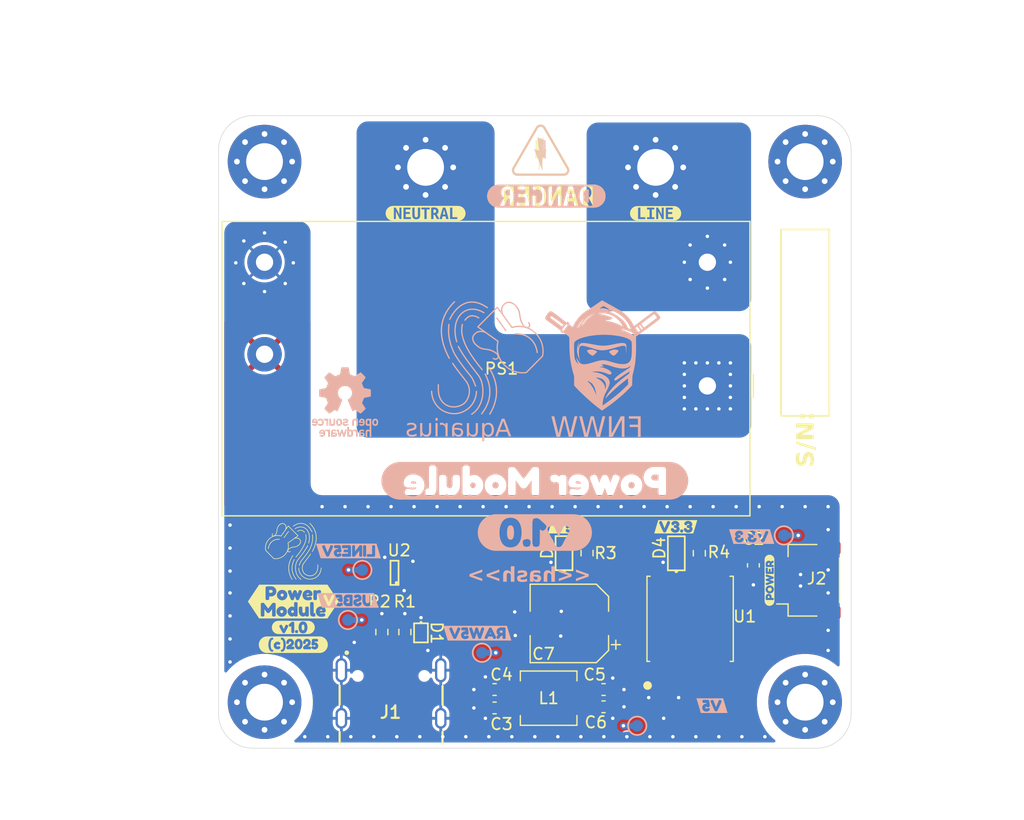
<source format=kicad_pcb>
(kicad_pcb (version 20241229) (generator "pcbnew") (generator_version "9.0")
  (layers (0 "F.Cu" signal) (4 "In1.Cu" signal) (6 "In2.Cu" signal) (2 "B.Cu" signal) (13 "F.Paste" user) (15 "B.Paste" user) (5 "F.SilkS" user "F.Silkscreen") (7 "B.SilkS" user "B.Silkscreen") (1 "F.Mask" user) (3 "B.Mask" user) (25 "Edge.Cuts" user))
  (net 0 "")
  (net 1 "+3.3V")
  (net 2 "GND")
  (net 3 "+5V")
  (net 4 "RAW_5V")
  (net 5 "/CC1")
  (net 6 "/CC2")
  (net 7 "/AC_N")
  (net 8 "/AC_L")
  (net 9 "/V5LED")
  (net 10 "/V3.3LED")
  (net 11 "USB_5V")
  (net 12 "LINE_5V")
  (footprint "kibuzzard-67F465A8" (layer "F.Cu") (at 88 118.5)
    (property "Reference" "kibuzzard-67F465A8" (hide yes))
    (property "Value" "G***" (hide yes))
  )
  (footprint "CRGM Connector:JST_SH_SM04B-SRSS-TB_1x04-1MP_P1.00mm_Horizontal" (layer "F.Cu") (at 101.3 150.4 90)
    (property "Reference" "J2" (at 0.15 0.7 0) (layer "F.SilkS"))
    (property "Value" "Power")
    (pad "1" smd roundrect (at -1.5 -2 90) (size 0.6 1.55) (layers "F.Cu" "F.Mask" "F.Paste") (net 3 "+5V"))
    (pad "2" smd roundrect (at -0.5 -2 90) (size 0.6 1.55) (layers "F.Cu" "F.Mask" "F.Paste") (net 2 "GND"))
    (pad "3" smd roundrect (at 0.5 -2 90) (size 0.6 1.55) (layers "F.Cu" "F.Mask" "F.Paste") (net 2 "GND"))
    (pad "4" smd roundrect (at 1.5 -2 90) (size 0.6 1.55) (layers "F.Cu" "F.Mask" "F.Paste") (net 1 "+3.3V"))
    (pad "MP" smd roundrect (at -2.8 1.875 90) (size 1.2 1.8) (layers "F.Cu" "F.Mask" "F.Paste") (roundrect_rratio 0.208333))
    (pad "MP" smd roundrect (at 2.8 1.875 90) (size 1.2 1.8) (layers "F.Cu" "F.Mask" "F.Paste") (roundrect_rratio 0.208333))
  )
  (footprint "CRGM Mechanical:MountingHole_3.2mm_M3_Pad_Via" (layer "F.Cu") (at 54 114)
    (property "Reference" "H6" (hide yes))
    (property "Value" "MountingHole" (hide yes))
    (pad "1" thru_hole circle (at -2.4 0) (size 0.8 0.8) (drill 0.5) (layers "*.Cu" "*.Mask"))
    (pad "1" thru_hole circle (at -1.697056 -1.697056) (size 0.8 0.8) (drill 0.5) (layers "*.Cu" "*.Mask"))
    (pad "1" thru_hole circle (at -1.697056 1.697056) (size 0.8 0.8) (drill 0.5) (layers "*.Cu" "*.Mask"))
    (pad "1" thru_hole circle (at 0 -2.4) (size 0.8 0.8) (drill 0.5) (layers "*.Cu" "*.Mask"))
    (pad "1" thru_hole circle (at 0 0) (size 6.4 6.4) (drill 3.2) (layers "*.Cu" "*.Mask"))
    (pad "1" thru_hole circle (at 0 2.4) (size 0.8 0.8) (drill 0.5) (layers "*.Cu" "*.Mask"))
    (pad "1" thru_hole circle (at 1.697056 -1.697056) (size 0.8 0.8) (drill 0.5) (layers "*.Cu" "*.Mask"))
    (pad "1" thru_hole circle (at 1.697056 1.697056) (size 0.8 0.8) (drill 0.5) (layers "*.Cu" "*.Mask"))
    (pad "1" thru_hole circle (at 2.4 0) (size 0.8 0.8) (drill 0.5) (layers "*.Cu" "*.Mask"))
  )
  (footprint "CRGM Symbols:HIGH-VOLTAGE-5MM" (layer "F.Cu") (at 78 113)
    (property "Reference" "S2" (hide yes))
    (property "Value" "~" (hide yes))
  )
  (footprint "kibuzzard-681BE833" (layer "F.Cu") (at 97.9 150.4 90)
    (property "Reference" "kibuzzard-681BE833" (hide yes))
    (property "Value" "G***" (hide yes))
  )
  (footprint "CRGM Mechanical:MountingHole_3.2mm_M3_Pad_Via" (layer "F.Cu") (at 68 114.5)
    (property "Reference" "H2" (hide yes))
    (property "Value" "MountingHole_Pad" (hide yes))
    (pad "1" thru_hole circle (at -2.4 0) (size 0.8 0.8) (drill 0.5) (layers "*.Cu" "*.Mask") (net 7 "/AC_N"))
    (pad "1" thru_hole circle (at -1.697056 -1.697056) (size 0.8 0.8) (drill 0.5) (layers "*.Cu" "*.Mask") (net 7 "/AC_N"))
    (pad "1" thru_hole circle (at -1.697056 1.697056) (size 0.8 0.8) (drill 0.5) (layers "*.Cu" "*.Mask") (net 7 "/AC_N"))
    (pad "1" thru_hole circle (at 0 -2.4) (size 0.8 0.8) (drill 0.5) (layers "*.Cu" "*.Mask") (net 7 "/AC_N"))
    (pad "1" thru_hole circle (at 0 0) (size 6.4 6.4) (drill 3.2) (layers "*.Cu" "*.Mask") (net 7 "/AC_N"))
    (pad "1" thru_hole circle (at 0 2.4) (size 0.8 0.8) (drill 0.5) (layers "*.Cu" "*.Mask") (net 7 "/AC_N"))
    (pad "1" thru_hole circle (at 1.697056 -1.697056) (size 0.8 0.8) (drill 0.5) (layers "*.Cu" "*.Mask") (net 7 "/AC_N"))
    (pad "1" thru_hole circle (at 1.697056 1.697056) (size 0.8 0.8) (drill 0.5) (layers "*.Cu" "*.Mask") (net 7 "/AC_N"))
    (pad "1" thru_hole circle (at 2.4 0) (size 0.8 0.8) (drill 0.5) (layers "*.Cu" "*.Mask") (net 7 "/AC_N"))
  )
  (footprint "Resistor_SMD:R_0603_1608Metric" (layer "F.Cu") (at 82.0375 148.0375 90)
    (property "Reference" "R3" (at 0 1.6125 180) (layer "F.SilkS"))
    (property "Value" "4.7k")
    (pad "1" smd roundrect (at -0.825 0 90) (size 0.8 0.95) (layers "F.Cu" "F.Mask" "F.Paste") (net 3 "+5V"))
    (pad "2" smd roundrect (at 0.825 0 90) (size 0.8 0.95) (layers "F.Cu" "F.Mask" "F.Paste") (net 9 "/V5LED"))
  )
  (footprint "Capacitor_SMD:C_0603_1608Metric" (layer "F.Cu") (at 83.475 159.9)
    (property "Reference" "C5" (at -0.775 -1.3 0) (layer "F.SilkS"))
    (property "Value" "10uF")
    (pad "1" smd roundrect (at -0.775 0) (size 0.9 0.95) (layers "F.Cu" "F.Mask" "F.Paste") (net 3 "+5V"))
    (pad "2" smd roundrect (at 0.775 0) (size 0.9 0.95) (layers "F.Cu" "F.Mask" "F.Paste") (net 2 "GND"))
  )
  (footprint "Capacitor_SMD:C_0603_1608Metric" (layer "F.Cu") (at 96.5 149.1 -90)
    (property "Reference" "C2" (at -2.3 0 180) (layer "F.SilkS"))
    (property "Value" "22uF")
    (pad "1" smd roundrect (at -0.775 0 270) (size 0.9 0.95) (layers "F.Cu" "F.Mask" "F.Paste") (net 1 "+3.3V"))
    (pad "2" smd roundrect (at 0.775 0 270) (size 0.9 0.95) (layers "F.Cu" "F.Mask" "F.Paste") (net 2 "GND"))
  )
  (footprint "CRGM Passive:LED_0603_1608Metric" (layer "F.Cu") (at 80.0375 148.0375 90)
    (property "Reference" "D3" (at 0.45 -1.475 90) (layer "F.SilkS"))
    (property "Value" "Orange")
    (pad "1" smd roundrect (at -0.7875 0 90) (size 0.875 0.95) (layers "F.Cu" "F.Mask" "F.Paste") (net 2 "GND"))
    (pad "2" smd roundrect (at 0.7875 0 90) (size 0.875 0.95) (layers "F.Cu" "F.Mask" "F.Paste") (net 9 "/V5LED"))
  )
  (footprint "CRGM Passive:LED_0603_1608Metric" (layer "F.Cu") (at 89.8 148.05 90)
    (property "Reference" "D4" (at 0.45 -1.475 90) (layer "F.SilkS"))
    (property "Value" "Blue")
    (pad "1" smd roundrect (at -0.7875 0 90) (size 0.875 0.95) (layers "F.Cu" "F.Mask" "F.Paste") (net 2 "GND"))
    (pad "2" smd roundrect (at 0.7875 0 90) (size 0.875 0.95) (layers "F.Cu" "F.Mask" "F.Paste") (net 10 "/V3.3LED"))
  )
  (footprint "kibuzzard-6823F476" (layer "F.Cu") (at 89.75 145.75)
    (property "Reference" "kibuzzard-6823F476" (hide yes))
    (property "Value" "G***" (hide yes))
  )
  (footprint "kibuzzard-681CF8FE" (layer "F.Cu") (at 56.5 156)
    (property "Reference" "kibuzzard-681CF8FE" (hide yes))
    (property "Value" "G***" (hide yes))
  )
  (footprint "Converter_ACDC:Converter_ACDC_MeanWell_IRM-10-xx_THT" (layer "F.Cu") (at 92.5 133.5 180)
    (property "Reference" "PS1" (at 17.9 1.5 0) (layer "F.SilkS"))
    (property "Value" "IRM-10-5")
    (pad "1" thru_hole rect (at 0 0 180) (size 3 3) (drill 1.5) (layers "*.Cu" "*.Mask") (net 7 "/AC_N"))
    (pad "2" thru_hole circle (at 0 10.75 180) (size 3 3) (drill 1.5) (layers "*.Cu" "*.Mask") (net 8 "/AC_L"))
    (pad "3" thru_hole circle (at 38.5 10.75 180) (size 3 3) (drill 1.5) (layers "*.Cu" "*.Mask") (net 2 "GND"))
    (pad "4" thru_hole circle (at 38.5 2.75 180) (size 3 3) (drill 1.5) (layers "*.Cu" "*.Mask") (net 12 "LINE_5V"))
  )
  (footprint "Resistor_SMD:R_0603_1608Metric" (layer "F.Cu") (at 66.2 154.9 90)
    (property "Reference" "R1" (at 2.65 0 180) (layer "F.SilkS"))
    (property "Value" "5.1K")
    (pad "1" smd roundrect (at -0.825 0 90) (size 0.8 0.95) (layers "F.Cu" "F.Mask" "F.Paste") (net 6 "/CC2"))
    (pad "2" smd roundrect (at 0.825 0 90) (size 0.8 0.95) (layers "F.Cu" "F.Mask" "F.Paste") (net 2 "GND"))
  )
  (footprint "Resistor_SMD:R_0603_1608Metric" (layer "F.Cu") (at 64.2 154.9 90)
    (property "Reference" "R2" (at 2.65 -0.2 180) (layer "F.SilkS"))
    (property "Value" "5.1K")
    (pad "1" smd roundrect (at -0.825 0 90) (size 0.8 0.95) (layers "F.Cu" "F.Mask" "F.Paste") (net 5 "/CC1"))
    (pad "2" smd roundrect (at 0.825 0 90) (size 0.8 0.95) (layers "F.Cu" "F.Mask" "F.Paste") (net 2 "GND"))
  )
  (footprint "kibuzzard-67E31E9F" (layer "F.Cu") (at 56.5 154.5)
    (property "Reference" "kibuzzard-67E31E9F" (hide yes))
    (property "Value" "G***" (hide yes))
  )
  (footprint "CRGM Power:SOTFL50P160X60-8N" (layer "F.Cu") (at 65.3 149.75 180)
    (property "Reference" "U2" (at -0.4 1.95 0) (layer "F.SilkS"))
    (property "Value" "LM66200DRLR" (hide yes))
    (pad "1" smd rect (at -0.838 -0.75 270) (size 0.3 0.475) (layers "F.Cu" "F.Mask" "F.Paste") (net 2 "GND"))
    (pad "2" smd rect (at -0.838 -0.25 270) (size 0.3 0.475) (layers "F.Cu" "F.Mask" "F.Paste") (net 4 "RAW_5V"))
    (pad "3" smd rect (at -0.838 0.25 270) (size 0.3 0.475) (layers "F.Cu" "F.Mask" "F.Paste") (net 11 "USB_5V"))
    (pad "4" smd rect (at -0.838 0.75 270) (size 0.3 0.475) (layers "F.Cu" "F.Mask" "F.Paste") (net 2 "GND"))
    (pad "5" smd rect (at 0.838 0.75 270) (size 0.3 0.475) (layers "F.Cu" "F.Mask" "F.Paste") (net 2 "GND"))
    (pad "6" smd rect (at 0.838 0.25 270) (size 0.3 0.475) (layers "F.Cu" "F.Mask" "F.Paste") (net 12 "LINE_5V"))
    (pad "7" smd rect (at 0.838 -0.25 270) (size 0.3 0.475) (layers "F.Cu" "F.Mask" "F.Paste") (net 4 "RAW_5V"))
    (pad "8" smd rect (at 0.838 -0.75 270) (size 0.3 0.475) (layers "F.Cu" "F.Mask" "F.Paste"))
  )
  (footprint "kibuzzard-67E1D06C" (layer "F.Cu") (at 78.5 117)
    (property "Reference" "kibuzzard-67E1D06C" (hide yes))
    (property "Value" "G***" (hide yes))
  )
  (footprint "CRGM Mechanical:MountingHole_3.2mm_M3_Pad_Via" (layer "F.Cu") (at 54 161)
    (property "Reference" "H3" (hide yes))
    (property "Value" "MountingHole" (hide yes))
    (pad "1" thru_hole circle (at -2.4 0) (size 0.8 0.8) (drill 0.5) (layers "*.Cu" "*.Mask"))
    (pad "1" thru_hole circle (at -1.697056 -1.697056) (size 0.8 0.8) (drill 0.5) (layers "*.Cu" "*.Mask"))
    (pad "1" thru_hole circle (at -1.697056 1.697056) (size 0.8 0.8) (drill 0.5) (layers "*.Cu" "*.Mask"))
    (pad "1" thru_hole circle (at 0 -2.4) (size 0.8 0.8) (drill 0.5) (layers "*.Cu" "*.Mask"))
    (pad "1" thru_hole circle (at 0 0) (size 6.4 6.4) (drill 3.2) (layers "*.Cu" "*.Mask"))
    (pad "1" thru_hole circle (at 0 2.4) (size 0.8 0.8) (drill 0.5) (layers "*.Cu" "*.Mask"))
    (pad "1" thru_hole circle (at 1.697056 -1.697056) (size 0.8 0.8) (drill 0.5) (layers "*.Cu" "*.Mask"))
    (pad "1" thru_hole circle (at 1.697056 1.697056) (size 0.8 0.8) (drill 0.5) (layers "*.Cu" "*.Mask"))
    (pad "1" thru_hole circle (at 2.4 0) (size 0.8 0.8) (drill 0.5) (layers "*.Cu" "*.Mask"))
  )
  (footprint "Capacitor_SMD:CP_Elec_6.3x7.7" (layer "F.Cu") (at 80.5 154.15 180)
    (property "Reference" "C7" (at 2.25 -2.65 0) (layer "F.SilkS"))
    (property "Value" "100uF")
    (pad "1" smd roundrect (at -2.7 0 180) (size 3.5 1.6) (layers "F.Cu" "F.Mask" "F.Paste") (roundrect_rratio 0.15625) (net 3 "+5V"))
    (pad "2" smd roundrect (at 2.7 0 180) (size 3.5 1.6) (layers "F.Cu" "F.Mask" "F.Paste") (roundrect_rratio 0.15625) (net 2 "GND"))
  )
  (footprint "kibuzzard-68084394" (layer "F.Cu") (at 68 118.5)
    (property "Reference" "kibuzzard-68084394" (hide yes))
    (property "Value" "G***" (hide yes))
  )
  (footprint "CRGM Logos:Aquarius Logo 5mm" (layer "F.Cu") (at 56.427905 150.6)
    (property "Reference" "LOGO4" (hide yes))
    (property "Value" "~" (hide yes))
  )
  (footprint "CRGM Passive:DFN1006-2" (layer "F.Cu") (at 67.6 155 -90)
    (property "Reference" "D1" (at -1.1 -1.95 270) (layer "F.SilkS") (effects (font (thickness 0.1524)) (justify left top)))
    (property "Value" "PESD5V5C1BL")
    (pad "1" smd rect (at -0.35 0) (size 0.7 0.4) (layers "F.Cu" "F.Mask" "F.Paste") (net 2 "GND"))
    (pad "2" smd rect (at 0.35 0) (size 0.7 0.4) (layers "F.Cu" "F.Mask" "F.Paste") (net 11 "USB_5V"))
  )
  (footprint "Capacitor_SMD:C_0603_1608Metric" (layer "F.Cu") (at 83.475 161.4)
    (property "Reference" "C6" (at -0.675 1.35 0) (layer "F.SilkS"))
    (property "Value" "10uF")
    (pad "1" smd roundrect (at -0.775 0) (size 0.9 0.95) (layers "F.Cu" "F.Mask" "F.Paste") (net 3 "+5V"))
    (pad "2" smd roundrect (at 0.775 0) (size 0.9 0.95) (layers "F.Cu" "F.Mask" "F.Paste") (net 2 "GND"))
  )
  (footprint "CRGM Mechanical:MountingHole_3.2mm_M3_Pad_Via" (layer "F.Cu") (at 101 114)
    (property "Reference" "H5" (hide yes))
    (property "Value" "MountingHole" (hide yes))
    (pad "1" thru_hole circle (at -2.4 0) (size 0.8 0.8) (drill 0.5) (layers "*.Cu" "*.Mask"))
    (pad "1" thru_hole circle (at -1.697056 -1.697056) (size 0.8 0.8) (drill 0.5) (layers "*.Cu" "*.Mask"))
    (pad "1" thru_hole circle (at -1.697056 1.697056) (size 0.8 0.8) (drill 0.5) (layers "*.Cu" "*.Mask"))
    (pad "1" thru_hole circle (at 0 -2.4) (size 0.8 0.8) (drill 0.5) (layers "*.Cu" "*.Mask"))
    (pad "1" thru_hole circle (at 0 0) (size 6.4 6.4) (drill 3.2) (layers "*.Cu" "*.Mask"))
    (pad "1" thru_hole circle (at 0 2.4) (size 0.8 0.8) (drill 0.5) (layers "*.Cu" "*.Mask"))
    (pad "1" thru_hole circle (at 1.697056 -1.697056) (size 0.8 0.8) (drill 0.5) (layers "*.Cu" "*.Mask"))
    (pad "1" thru_hole circle (at 1.697056 1.697056) (size 0.8 0.8) (drill 0.5) (layers "*.Cu" "*.Mask"))
    (pad "1" thru_hole circle (at 2.4 0) (size 0.8 0.8) (drill 0.5) (layers "*.Cu" "*.Mask"))
  )
  (footprint "Capacitor_SMD:C_0603_1608Metric" (layer "F.Cu") (at 74 159.9 180)
    (property "Reference" "C4" (at -0.6 1.3 180) (layer "F.SilkS"))
    (property "Value" "10uF")
    (pad "1" smd roundrect (at -0.775 0 180) (size 0.9 0.95) (layers "F.Cu" "F.Mask" "F.Paste") (net 4 "RAW_5V"))
    (pad "2" smd roundrect (at 0.775 0 180) (size 0.9 0.95) (layers "F.Cu" "F.Mask" "F.Paste") (net 2 "GND"))
  )
  (footprint "Resistor_SMD:R_0603_1608Metric" (layer "F.Cu") (at 91.8 148.05 90)
    (property "Reference" "R4" (at 0.1 1.7 180) (layer "F.SilkS"))
    (property "Value" "1k")
    (pad "1" smd roundrect (at -0.825 0 90) (size 0.8 0.95) (layers "F.Cu" "F.Mask" "F.Paste") (net 1 "+3.3V"))
    (pad "2" smd roundrect (at 0.825 0 90) (size 0.8 0.95) (layers "F.Cu" "F.Mask" "F.Paste") (net 10 "/V3.3LED"))
  )
  (footprint "CRGM Power:TO-252-2" (layer "F.Cu") (at 91 153.75 90)
    (property "Reference" "U1" (at 0.2 4.75 180) (layer "F.SilkS"))
    (property "Value" "AZ1084-3.3")
    (pad "1" smd roundrect (at -6.85 -2.3 90) (size 2.5 1.5) (layers "F.Cu" "F.Mask" "F.Paste") (roundrect_rratio 0.208333) (net 2 "GND"))
    (pad "2" smd roundrect (at -1.75 -1.75 90) (size 3.2 3.2) (layers "F.Cu" "F.Mask") (roundrect_rratio 0.043103) (net 1 "+3.3V"))
    (pad "2" smd roundrect (at -1.75 1.75 90) (size 3.2 3.2) (layers "F.Cu" "F.Mask") (roundrect_rratio 0.043103) (net 1 "+3.3V"))
    (pad "2" smd roundrect (at 0 0 90) (size 7 7) (layers "F.Cu" "F.Mask") (roundrect_rratio 0.043103) (net 1 "+3.3V"))
    (pad "2" smd roundrect (at 1.75 -1.75 90) (size 3.2 3.2) (layers "F.Cu" "F.Mask") (roundrect_rratio 0.043103) (net 1 "+3.3V"))
    (pad "2" smd roundrect (at 1.75 1.75 90) (size 3.2 3.2) (layers "F.Cu" "F.Mask") (roundrect_rratio 0.043103) (net 1 "+3.3V"))
    (pad "3" smd roundrect (at -6.85 2.3 90) (size 2.5 1.5) (layers "F.Cu" "F.Mask" "F.Paste") (roundrect_rratio 0.208333) (net 3 "+5V"))
  )
  (footprint "kibuzzard-681CF78D" (layer "F.Cu") (at 56.5 152.25)
    (property "Reference" "kibuzzard-681CF78D" (hide yes))
    (property "Value" "G***" (hide yes))
  )
  (footprint "Capacitor_SMD:C_0603_1608Metric" (layer "F.Cu") (at 74 161.5 180)
    (property "Reference" "C3" (at -0.6 -1.4 180) (layer "F.SilkS"))
    (property "Value" "10uF")
    (pad "1" smd roundrect (at -0.775 0 180) (size 0.9 0.95) (layers "F.Cu" "F.Mask" "F.Paste") (net 4 "RAW_5V"))
    (pad "2" smd roundrect (at 0.775 0 180) (size 0.9 0.95) (layers "F.Cu" "F.Mask" "F.Paste") (net 2 "GND"))
  )
  (footprint "Inductor_SMD:L_Sunlord_MWSA0402S" (layer "F.Cu") (at 78.7 160.65)
    (property "Reference" "L1" (at 0 0 180) (layer "F.SilkS"))
    (property "Value" "2.2u")
    (pad "1" smd roundrect (at -1.85 0) (size 1.5 2.5) (layers "F.Cu" "F.Mask" "F.Paste") (roundrect_rratio 0.166667) (net 4 "RAW_5V"))
    (pad "2" smd roundrect (at 1.85 0) (size 1.5 2.5) (layers "F.Cu" "F.Mask" "F.Paste") (roundrect_rratio 0.166667) (net 3 "+5V"))
  )
  (footprint "kibuzzard-6823F461" (layer "F.Cu") (at 80 145.75)
    (property "Reference" "kibuzzard-6823F461" (hide yes))
    (property "Value" "G***" (hide yes))
  )
  (footprint "CRGM Connector:GCT_USB4105-GF-A" (layer "F.Cu") (at 65 162.4)
    (property "Reference" "J1" (at -1.1 0.1 0) (layer "F.SilkS") (effects (font (size 1.0795 1.0795) (thickness 0.1905)) (justify left bottom)))
    (property "Value" "USB_C_PowerOnly_6P")
    (pad "" np_thru_hole circle (at -2.89 -3.68) (size 0.65 0.65) (drill 0.65) (layers "*.Cu" "*.Mask"))
    (pad "" np_thru_hole circle (at 2.89 -3.68) (size 0.65 0.65) (drill 0.65) (layers "*.Cu" "*.Mask"))
    (pad "A1B12" smd rect (at -3.2 -4.755) (size 0.55 1.1) (layers "F.Cu" "F.Mask" "F.Paste") (net 2 "GND"))
    (pad "A4B9" smd rect (at -2.4 -4.755) (size 0.6 1.15) (layers "F.Cu" "F.Mask" "F.Paste") (net 11 "USB_5V"))
    (pad "A5" smd rect (at -1.25 -4.755) (size 0.3 1.15) (layers "F.Cu" "F.Mask" "F.Paste") (net 5 "/CC1"))
    (pad "A6" smd rect (at -0.25 -4.755) (size 0.3 1.15) (layers "F.Cu" "F.Mask" "F.Paste"))
    (pad "A7" smd rect (at 0.25 -4.755) (size 0.3 1.15) (layers "F.Cu" "F.Mask" "F.Paste"))
    (pad "A8" smd rect (at 1.25 -4.755) (size 0.3 1.15) (layers "F.Cu" "F.Mask" "F.Paste"))
    (pad "B1A12" smd rect (at 3.2 -4.755) (size 0.55 1.1) (layers "F.Cu" "F.Mask" "F.Paste") (net 2 "GND"))
    (pad "B4A9" smd rect (at 2.4 -4.755) (size 0.6 1.15) (layers "F.Cu" "F.Mask" "F.Paste") (net 11 "USB_5V"))
    (pad "B5" smd rect (at 1.75 -4.755) (size 0.3 1.15) (layers "F.Cu" "F.Mask" "F.Paste") (net 6 "/CC2"))
    (pad "B6" smd rect (at 0.75 -4.755) (size 0.3 1.15) (layers "F.Cu" "F.Mask" "F.Paste"))
    (pad "B7" smd rect (at -0.75 -4.755) (size 0.3 1.15) (layers "F.Cu" "F.Mask" "F.Paste"))
    (pad "B8" smd rect (at -1.75 -4.755) (size 0.3 1.15) (layers "F.Cu" "F.Mask" "F.Paste"))
    (pad "S1" thru_hole oval (at -4.32 -4.18) (size 1 2.1) (drill oval 0.61 1.7) (property pad_prop_heatsink) (layers "*.Cu" "*.Mask" "F.Paste") (net 2 "GND"))
    (pad "S1" thru_hole oval (at -4.32 0) (size 1 1.8) (drill oval 0.61 1.4) (property pad_prop_heatsink) (layers "*.Cu" "*.Mask" "F.Paste") (net 2 "GND"))
    (pad "S1" thru_hole oval (at 4.32 -4.18) (size 1 2.1) (drill oval 0.61 1.7) (property pad_prop_heatsink) (layers "*.Cu" "*.Mask" "F.Paste") (net 2 "GND"))
    (pad "S1" thru_hole oval (at 4.32 0) (size 1 1.8) (drill oval 0.61 1.4) (property pad_prop_heatsink) (layers "*.Cu" "*.Mask" "F.Paste") (net 2 "GND"))
  )
  (footprint "CRGM Mechanical:MountingHole_3.2mm_M3_Pad_Via" (layer "F.Cu") (at 101 161)
    (property "Reference" "H4" (hide yes))
    (property "Value" "MountingHole" (hide yes))
    (pad "1" thru_hole circle (at -2.4 0) (size 0.8 0.8) (drill 0.5) (layers "*.Cu" "*.Mask"))
    (pad "1" thru_hole circle (at -1.697056 -1.697056) (size 0.8 0.8) (drill 0.5) (layers "*.Cu" "*.Mask"))
    (pad "1" thru_hole circle (at -1.697056 1.697056) (size 0.8 0.8) (drill 0.5) (layers "*.Cu" "*.Mask"))
    (pad "1" thru_hole circle (at 0 -2.4) (size 0.8 0.8) (drill 0.5) (layers "*.Cu" "*.Mask"))
    (pad "1" thru_hole circle (at 0 0) (size 6.4 6.4) (drill 3.2) (layers "*.Cu" "*.Mask"))
    (pad "1" thru_hole circle (at 0 2.4) (size 0.8 0.8) (drill 0.5) (layers "*.Cu" "*.Mask"))
    (pad "1" thru_hole circle (at 1.697056 -1.697056) (size 0.8 0.8) (drill 0.5) (layers "*.Cu" "*.Mask"))
    (pad "1" thru_hole circle (at 1.697056 1.697056) (size 0.8 0.8) (drill 0.5) (layers "*.Cu" "*.Mask"))
    (pad "1" thru_hole circle (at 2.4 0) (size 0.8 0.8) (drill 0.5) (layers "*.Cu" "*.Mask"))
  )
  (footprint "CRGM Mechanical:MountingHole_3.2mm_M3_Pad_Via" (layer "F.Cu") (at 88 114.5)
    (property "Reference" "H1" (hide yes))
    (property "Value" "MountingHole_Pad" (hide yes))
    (pad "1" thru_hole circle (at -2.4 0) (size 0.8 0.8) (drill 0.5) (layers "*.Cu" "*.Mask") (net 8 "/AC_L"))
    (pad "1" thru_hole circle (at -1.697056 -1.697056) (size 0.8 0.8) (drill 0.5) (layers "*.Cu" "*.Mask") (net 8 "/AC_L"))
    (pad "1" thru_hole circle (at -1.697056 1.697056) (size 0.8 0.8) (drill 0.5) (layers "*.Cu" "*.Mask") (net 8 "/AC_L"))
    (pad "1" thru_hole circle (at 0 -2.4) (size 0.8 0.8) (drill 0.5) (layers "*.Cu" "*.Mask") (net 8 "/AC_L"))
    (pad "1" thru_hole circle (at 0 0) (size 6.4 6.4) (drill 3.2) (layers "*.Cu" "*.Mask") (net 8 "/AC_L"))
    (pad "1" thru_hole circle (at 0 2.4) (size 0.8 0.8) (drill 0.5) (layers "*.Cu" "*.Mask") (net 8 "/AC_L"))
    (pad "1" thru_hole circle (at 1.697056 -1.697056) (size 0.8 0.8) (drill 0.5) (layers "*.Cu" "*.Mask") (net 8 "/AC_L"))
    (pad "1" thru_hole circle (at 1.697056 1.697056) (size 0.8 0.8) (drill 0.5) (layers "*.Cu" "*.Mask") (net 8 "/AC_L"))
    (pad "1" thru_hole circle (at 2.4 0) (size 0.8 0.8) (drill 0.5) (layers "*.Cu" "*.Mask") (net 8 "/AC_L"))
  )
  (footprint "CRGM Symbols:HIGH-VOLTAGE-5MM" (layer "B.Cu") (at 78 113 180)
    (property "Reference" "S1" (hide yes))
    (property "Value" "~" (hide yes))
  )
  (footprint "TestPoint:TestPoint_Pad_D1.0mm" (layer "B.Cu") (at 86.4 163.05 180)
    (property "Reference" "TP1" (hide yes))
    (property "Value" "V5")
    (pad "1" smd circle (at 0 0 180) (size 1 1) (layers "B.Cu" "B.Mask") (net 3 "+5V"))
  )
  (footprint "TestPoint:TestPoint_Pad_D1.0mm" (layer "B.Cu") (at 62.5 149.5 180)
    (property "Reference" "TP4" (hide yes))
    (property "Value" "LINE_5V")
    (pad "1" smd circle (at 0 0 180) (size 1 1) (layers "B.Cu" "B.Mask") (net 12 "LINE_5V"))
  )
  (footprint "kibuzzard-68104292" (layer "B.Cu") (at 92.9 161.3 180)
    (property "Reference" "kibuzzard-68104292" (hide yes))
    (property "Value" "G***" (hide yes))
  )
  (footprint "kibuzzard-68104254" (layer "B.Cu") (at 61.25 152.15 180)
    (property "Reference" "kibuzzard-68104254" (hide yes))
    (property "Value" "G***" (hide yes))
  )
  (footprint "kibuzzard-6810427B" (layer "B.Cu") (at 96.35 146.6 180)
    (property "Reference" "kibuzzard-6810427B" (hide yes))
    (property "Value" "G***" (hide yes))
  )
  (footprint "CRGM Logos:Aquarius Logo 10mm" (layer "B.Cu") (at 73.009237 136.238102 180)
    (property "Reference" "LOGO3" (hide yes))
    (property "Value" "~" (hide yes))
  )
  (footprint "kibuzzard-67F873C9" (layer "B.Cu") (at 77.5 141.75 180)
    (property "Reference" "kibuzzard-67F873C9" (hide yes))
    (property "Value" "G***" (hide yes))
  )
  (footprint "kibuzzard-6810421E" (layer "B.Cu") (at 61.3 147.85 180)
    (property "Reference" "kibuzzard-6810421E" (hide yes))
    (property "Value" "G***" (hide yes))
  )
  (footprint "kibuzzard-67F873E4" (layer "B.Cu") (at 77.5 146.25 180)
    (property "Reference" "kibuzzard-67F873E4" (hide yes))
    (property "Value" "G***" (hide yes))
  )
  (footprint "TestPoint:TestPoint_Pad_D1.0mm" (layer "B.Cu") (at 99.15 146.5 180)
    (property "Reference" "TP3" (hide yes))
    (property "Value" "V33")
    (pad "1" smd circle (at 0 0 180) (size 1 1) (layers "B.Cu" "B.Mask") (net 1 "+3.3V"))
  )
  (footprint "CRGM Logos:FNWW Face 10mm" (layer "B.Cu") (at 83.345777 135.890219 180)
    (property "Reference" "LOGO1" (hide yes))
    (property "Value" "~" (hide yes))
  )
  (footprint "kibuzzard-67E1D06C" (layer "B.Cu") (at 78.5 117 180)
    (property "Reference" "kibuzzard-67E1D06C" (hide yes))
    (property "Value" "G***" (hide yes))
  )
  (footprint "TestPoint:TestPoint_Pad_D1.0mm" (layer "B.Cu") (at 72.9 156.7 180)
    (property "Reference" "TP2" (hide yes))
    (property "Value" "RAW_5V")
    (pad "1" smd circle (at 0 0 180) (size 1 1) (layers "B.Cu" "B.Mask") (net 4 "RAW_5V"))
  )
  (footprint "TestPoint:TestPoint_Pad_D1.0mm" (layer "B.Cu") (at 61.25 153.85 180)
    (property "Reference" "TP5" (hide yes))
    (property "Value" "USB_5V")
    (pad "1" smd circle (at 0 0 180) (size 1 1) (layers "B.Cu" "B.Mask") (net 11 "USB_5V"))
  )
  (footprint "kibuzzard-6810424A" (layer "B.Cu") (at 72.5 155 180)
    (property "Reference" "kibuzzard-6810424A" (hide yes))
    (property "Value" "G***" (hide yes))
  )
  (footprint "Symbol:OSHW-Logo_5.7x6mm_SilkScreen" (layer "B.Cu") (at 61 134.9 180)
    (property "Reference" "LOGO2" (hide yes))
    (property "Value" "Logo_Open_Hardware_Small" (hide yes))
  )
  (gr_rect (start 98.9 119.9) (end 103.1 136.1) (stroke (width 0.15)) (fill no) (layer "F.SilkS"))
  (gr_arc (start 102 110) (mid 104.12132 110.87868) (end 105 113) (stroke (width 0.05)) (layer "Edge.Cuts"))
  (gr_line (start 105 113) (end 105 162) (stroke (width 0.05)) (layer "Edge.Cuts"))
  (gr_line (start 50 162) (end 50 113) (stroke (width 0.05)) (layer "Edge.Cuts"))
  (gr_arc (start 50 113) (mid 50.87868 110.87868) (end 53 110) (stroke (width 0.05)) (layer "Edge.Cuts"))
  (gr_arc (start 105 162) (mid 104.12132 164.12132) (end 102 165) (stroke (width 0.05)) (layer "Edge.Cuts"))
  (gr_line (start 53 110) (end 102 110) (stroke (width 0.05)) (layer "Edge.Cuts"))
  (gr_line (start 102 165) (end 53 165) (stroke (width 0.05)) (layer "Edge.Cuts"))
  (gr_arc (start 53 165) (mid 50.87868 164.12132) (end 50 162) (stroke (width 0.05)) (layer "Edge.Cuts"))
  (gr_text "S/N:" (at 102 140.6 90) (layer "F.SilkS") (effects (font (size 1.5 1.5) (thickness 0.3) (bold yes)) (justify left bottom)))
  (gr_text "<<hash>>" (at 77 150 0) (layer "B.SilkS") (effects (font (size 1.27 1.27) (thickness 0.254) (bold yes)) (justify mirror)))
  (gr_text "FNWW" (at 82.9 137.2 0) (layer "B.SilkS") (effects (font (size 1.75 1.75) (thickness 0.1)) (justify mirror)))
  (gr_text "Aquarius" (at 70.85 137.259781 0) (layer "B.SilkS") (effects (font (size 1.5 1.5) (thickness 0.21875)) (justify mirror)))
  (segment (start 92.75 152) (end 92.75 149.85) (width 0.5) (layer "F.Cu") (net 1))
  (segment (start 92.75 155.5) (end 92.75 157.8) (width 0.5) (layer "F.Cu") (net 1))
  (segment (start 92.75 152) (end 95.25 152) (width 0.5) (layer "F.Cu") (net 1))
  (segment (start 92.75 155.5) (end 95.25 155.5) (width 0.5) (layer "F.Cu") (net 1))
  (segment (start 89.25 155.5) (end 89.25 157.8) (width 0.5) (layer "F.Cu") (net 1))
  (segment (start 89.25 152) (end 86.8 152) (width 0.5) (layer "F.Cu") (net 1))
  (segment (start 89.25 155.5) (end 86.8 155.5) (width 0.5) (layer "F.Cu") (net 1))
  (segment (start 89.25 152) (end 89.25 149.9) (width 0.5) (layer "F.Cu") (net 1))
  (via (at 100.4 146.5) (size 0.6) (drill 0.3) (layers "F.Cu" "B.Cu") (net 1))
  (segment (start 99.15 146.5) (end 100.4 146.5) (width 0.5) (layer "B.Cu") (net 1))
  (segment (start 73.225 159.9) (end 73.225 158.825) (width 0.5) (layer "F.Cu") (net 2))
  (segment (start 73.225 161.5) (end 73.225 162.375) (width 0.5) (layer "F.Cu") (net 2))
  (segment (start 88.65 148.8375) (end 89.8 148.8375) (width 0.5) (layer "F.Cu") (net 2))
  (segment (start 61.787806 155.804355) (end 61.8 155.816549) (width 0.5) (layer "F.Cu") (net 2))
  (segment (start 66.2 154.075) (end 66.2 153.3) (width 0.5) (layer "F.Cu") (net 2))
  (segment (start 84.25 159.9) (end 84.25 161.4) (width 0.5) (layer "F.Cu") (net 2))
  (segment (start 73.225 159.9) (end 73.225 161.5) (width 0.5) (layer "F.Cu") (net 2))
  (segment (start 85.275 159.9) (end 85.25 159.9) (width 0.5) (layer "F.Cu") (net 2))
  (segment (start 96.525 149.9) (end 96.5 149.875) (width 0.5) (layer "F.Cu") (net 2))
  (segment (start 84.25 161.4) (end 85.275 161.4) (width 0.5) (layer "F.Cu") (net 2))
  (segment (start 77.8 154.15) (end 76.75 154.15) (width 0.5) (layer "F.Cu") (net 2))
  (segment (start 73.225 159.9) (end 72.2 159.9) (width 0.5) (layer "F.Cu") (net 2))
  (segment (start 67.6 154.65) (end 67.6 153.65) (width 0.5) (layer "F.Cu") (net 2))
  (segment (start 77.8 154.15) (end 78.65 154.15) (width 0.5) (layer "F.Cu") (net 2))
  (segment (start 66.65 149) (end 66.9 148.75) (width 0.3) (layer "F.Cu") (net 2))
  (segment (start 73.225 158.825) (end 73.2 158.8) (width 0.5) (layer "F.Cu") (net 2))
  (segment (start 61.8 155.816549) (end 61.8 157.71) (width 0.5) (layer "F.Cu") (net 2))
  (segment (start 88.7 160.6) (end 90 160.6) (width 0.5) (layer "F.Cu") (net 2))
  (segment (start 73.225 162.375) (end 73.2 162.4) (width 0.5) (layer "F.Cu") (net 2))
  (segment (start 76.85 154.15) (end 75.8 155.2) (width 0.5) (layer "F.Cu") (net 2))
  (segment (start 64.2 154.075) (end 64.2 153.3) (width 0.5) (layer "F.Cu") (net 2))
  (segment (start 76.75 154.15) (end 75.75 153.15) (width 0.5) (layer "F.Cu") (net 2))
  (segment (start 80.025 148.8375) (end 80.0375 148.825) (width 0.5) (layer "F.Cu") (net 2))
  (segment (start 73.225 161.5) (end 72.2 161.5) (width 0.5) (layer "F.Cu") (net 2))
  (segment (start 64.462 149) (end 64.462 148.412) (width 0.3) (layer "F.Cu") (net 2))
  (segment (start 99.3 149.9) (end 96.525 149.9) (width 0.5) (layer "F.Cu") (net 2))
  (segment (start 84.25 159.9) (end 85.275 159.9) (width 0.5) (layer "F.Cu") (net 2))
  (segment (start 66.138 149) (end 66.65 149) (width 0.3) (layer "F.Cu") (net 2))
  (segment (start 78.75 154.15) (end 79.8 153.1) (width 0.5) (layer "F.Cu") (net 2))
  (segment (start 66.138 151.4) (end 66.138 150.5) (width 0.3) (layer "F.Cu") (net 2))
  (segment (start 78.65 154.15) (end 79.75 155.25) (width 0.5) (layer "F.Cu") (net 2))
  (segment (start 85.275 161.4) (end 85.25 161.4) (width 0.5) (layer "F.Cu") (net 2))
  (segment (start 77.8 154.15) (end 76.85 154.15) (width 0.5) (layer "F.Cu") (net 2))
  (segment (start 99.3 149.9) (end 100.6 149.9) (width 0.5) (layer "F.Cu") (net 2))
  (segment (start 77.8 154.15) (end 78.75 154.15) (width 0.5) (layer "F.Cu") (net 2))
  (segment (start 64.462 148.412) (end 64.45 148.4) (width 0.5) (layer "F.Cu") (net 2))
  (segment (start 84.25 161.4) (end 84.25 162.375) (width 0.5) (layer "F.Cu") (net 2))
  (segment (start 99.3 150.9) (end 100.6 150.9) (width 0.5) (layer "F.Cu") (net 2))
  (segment (start 68.2 157.71) (end 68.2 156.5) (width 0.5) (layer "F.Cu") (net 2))
  (segment (start 96.5 149.875) (end 96.5 150.8) (width 0.5) (layer "F.Cu") (net 2))
  (segment (start 88.7 160.6) (end 87.4 160.6) (width 0.5) (layer "F.Cu") (net 2))
  (segment (start 84.25 159.9) (end 84.25 158.925) (width 0.5) (layer "F.Cu") (net 2))
  (segment (start 84.25 162.375) (end 84.275 162.4) (width 0.5) (layer "F.Cu") (net 2))
  (segment (start 88.7 160.6) (end 88.7 162.4) (width 0.5) (layer "F.Cu") (net 2))
  (segment (start 78.9 148.8375) (end 80.025 148.8375) (width 0.5) (layer "F.Cu") (net 2))
  (via (at 95 144) (size 0.6) (drill 0.3) (layers "F.Cu" "B.Cu") (net 2))
  (via (at 51 147.6) (size 0.6) (drill 0.3) (layers "F.Cu" "B.Cu") (net 2))
  (via (at 77 144) (size 0.6) (drill 0.3) (layers "F.Cu" "B.Cu") (net 2))
  (via (at 63.5 164) (size 0.6) (drill 0.3) (layers "F.Cu" "B.Cu") (net 2))
  (via (at 81.5 164) (size 0.6) (drill 0.3) (layers "F.Cu" "B.Cu") (net 2))
  (via (at 99 144) (size 0.6) (drill 0.3) (layers "F.Cu" "B.Cu") (net 2))
  (via (at 68.2 156.5) (size 0.6) (drill 0.3) (layers "F.Cu" "B.Cu") (net 2))
  (via (at 95.5 164) (size 0.6) (drill 0.3) (layers "F.Cu" "B.Cu") (net 2))
  (via (at 79.75 155.25) (size 0.6) (drill 0.3) (layers "F.Cu" "B.Cu") (net 2))
  (via (at 73 144) (size 0.6) (drill 0.3) (layers "F.Cu" "B.Cu") (net 2))
  (via (at 63 144) (size 0.6) (drill 0.3) (layers "F.Cu" "B.Cu") (net 2))
  (via (at 65 144) (size 0.6) (drill 0.3) (layers "F.Cu" "B.Cu") (net 2))
  (via (at 67.6 153.65) (size 0.6) (drill 0.3) (layers "F.Cu" "B.Cu") (net 2))
  (via (at 83 144) (size 0.6) (drill 0.3) (layers "F.Cu" "B.Cu") (net 2))
  (via (at 88.65 148.8375) (size 0.6) (drill 0.3) (layers "F.Cu" "B.Cu") (net 2))
  (via (at 96.5 150.8) (size 0.6) (drill 0.3) (layers "F.Cu" "B.Cu") (net 2))
  (via (at 51 157.5) (size 0.6) (drill 0.3) (layers "F.Cu" "B.Cu") (net 2))
  (via (at 66.9 148.75) (size 0.6) (drill 0.3) (layers "F.Cu" "B.Cu") (net 2))
  (via (at 72.2 159.9) (size 0.6) (drill 0.3) (layers "F.Cu" "B.Cu") (net 2))
  (via (at 73.5 164) (size 0.6) (drill 0.3) (layers "F.Cu" "B.Cu") (net 2))
  (via (at 103 149.5) (size 0.6) (drill 0.3) (layers "F.Cu" "B.Cu") (net 2))
  (via (at 84.275 158.9) (size 0.6) (drill 0.3) (layers "F.Cu" "B.Cu") (net 2))
  (via (at 77.5 164) (size 0.6) (drill 0.3) (layers "F.Cu" "B.Cu") (net 2))
  (via (at 71 144) (size 0.6) (drill 0.3) (layers "F.Cu" "B.Cu") (net 2))
  (via (at 97.5 164) (size 0.6) (drill 0.3) (layers "F.Cu" "B.Cu") (net 2))
  (via (at 87.5 164) (size 0.6) (drill 0.3) (layers "F.Cu" "B.Cu") (net 2))
  (via (at 100.6 149.9) (size 0.6) (drill 0.3) (layers "F.Cu" "B.Cu") (net 2))
  (via (at 103 156.5) (size 0.6) (drill 0.3) (layers "F.Cu" "B.Cu") (net 2))
  (via (at 52.2 120.9) (size 0.6) (drill 0.3) (layers "F.Cu" "B.Cu") (net 2))
  (via (at 85 144) (size 0.6) (drill 0.3) (layers "F.Cu" "B.Cu") (net 2))
  (via (at 83.5 164) (size 0.6) (drill 0.3) (layers "F.Cu" "B.Cu") (net 2))
  (via (at 93.5 164) (size 0.6) (drill 0.3) (layers "F.Cu" "B.Cu") (net 2))
  (via (at 67 144) (size 0.6) (drill 0.3) (layers "F.Cu" "B.Cu") (net 2))
  (via (at 88.7 162.4) (size 0.6) (drill 0.3) (layers "F.Cu" "B.Cu") (net 2))
  (via (at 78.9 148.8375) (size 0.6) (drill 0.3) (layers "F.Cu" "B.Cu") (net 2))
  (via (at 103 144) (size 0.6) (drill 0.3) (layers "F.Cu" "B.Cu") (net 2))
  (via (at 89 144) (size 0.6) (drill 0.3) (layers "F.Cu" "B.Cu") (net 2))
  (via (at 65.5 164) (size 0.6) (drill 0.3) (layers "F.Cu" "B.Cu") (net 2))
  (via (at 84.275 162.4) (size 0.6) (drill 0.3) (layers "F.Cu" "B.Cu") (net 2))
  (via (at 61.5 164) (size 0.6) (drill 0.3) (layers "F.Cu" "B.Cu") (net 2))
  (via (at 72.2 161.5) (size 0.6) (drill 0.3) (layers "F.Cu" "B.Cu") (net 2))
  (via (at 64.2 153.3) (size 0.6) (drill 0.3) (layers "F.Cu" "B.Cu") (net 2))
  (via (at 89.5 164) (size 0.6) (drill 0.3) (layers "F.Cu" "B.Cu") (net 2))
  (via (at 87.4 160.6) (size 0.6) (drill 0.3) (layers "F.Cu" "B.Cu") (net 2))
  (via (at 57.5 164) (size 0.6) (drill 0.3) (layers "F.Cu" "B.Cu") (net 2))
  (via (at 100.6 150.9) (size 0.6) (drill 0.3) (layers "F.Cu" "B.Cu") (net 2))
  (via (at 56.5 122.8) (size 0.6) (drill 0.3) (layers "F.Cu" "B.Cu") (net 2))
  (via (at 71.5 164) (size 0.6) (drill 0.3) (layers "F.Cu" "B.Cu") (net 2))
  (via (at 61.8 155.8) (size 0.6) (drill 0.3) (layers "F.Cu" "B.Cu") (net 2))
  (via (at 51 151.5) (size 0.6) (drill 0.3) (layers "F.Cu" "B.Cu") (net 2))
  (via (at 61 144) (size 0.6) (drill 0.3) (layers "F.Cu" "B.Cu") (net 2))
  (via (at 79 144) (size 0.6) (drill 0.3) (layers "F.Cu" "B.Cu") (net 2))
  (via (at 81 144) (size 0.6) (drill 0.3) (layers "F.Cu" "B.Cu") (net 2))
  (via (at 93 144) (size 0.6) (drill 0.3) (layers "F.Cu" "B.Cu") (net 2))
  (via (at 101 144) (size 0.6) (drill 0.3) (layers "F.Cu" "B.Cu") (net 2))
  (via (at 85.25 161.4) (size 0.6) (drill 0.3) (layers "F.Cu" "B.Cu") (net 2))
  (via (at 51 155.5) (size 0.6) (drill 0.3) (layers "F.Cu" "B.Cu") (net 2))
  (via (at 67.5 164) (size 0.6) (drill 0.3) (layers "F.Cu" "B.Cu") (net 2))
  (via (at 54 125.3) (size 0.6) (drill 0.3) (layers "F.Cu" "B.Cu") (net 2))
  (via (at 91 144) (size 0.6) (drill 0.3) (layers "F.Cu" "B.Cu") (net 2))
  (via (at 103 151.5) (size 0.6) (drill 0.3) (layers "F.Cu" "B.Cu") (net 2))
  (via (at 85.25 159.9) (size 0.6) (drill 0.3) (layers "F.Cu" "B.Cu") (net 2))
  (via (at 69.5 164) (size 0.6) (drill 0.3) (layers "F.Cu" "B.Cu") (net 2))
  (via (at 66.138 151.3) (size 0.6) (drill 0.3) (layers "F.Cu" "B.Cu") (net 2))
  (via (at 55.8 124.6) (size 0.6) (drill 0.3) (layers "F.Cu" "B.Cu") (net 2))
  (via (at 59.5 164) (size 0.6) (drill 0.3) (layers "F.Cu" "B.Cu") (net 2))
  (via (at 66.2 153.3) (size 0.6) (drill 0.3) (layers "F.Cu" "B.Cu") (net 2))
  (via (at 75 144) (size 0.6) (drill 0.3) (layers "F.Cu" "B.Cu") (net 2))
  (via (at 103 154.75) (size 0.6) (drill 0.3) (layers "F.Cu" "B.Cu") (net 2))
  (via (at 75.75 153.15) (size 0.6) (drill 0.3) (layers "F.Cu" "B.Cu") (net 2))
  (via (at 73.2 162.4) (size 0.6) (drill 0.3) (layers "F.Cu" "B.Cu") (net 2))
  (via (at 64.45 148.4) (size 0.6) (drill 0.3) (layers "F.Cu" "B.Cu") (net 2))
  (via (at 87 144) (size 0.6) (drill 0.3) (layers "F.Cu" "B.Cu") (net 2))
  (via (at 55.8 121) (size 0.6) (drill 0.3) (layers "F.Cu" "B.Cu") (net 2))
  (via (at 85.5 164) (size 0.6) (drill 0.3) (layers "F.Cu" "B.Cu") (net 2))
  (via (at 59 144) (size 0.6) (drill 0.3) (layers "F.Cu" "B.Cu") (net 2))
  (via (at 54 120.2) (size 0.6) (drill 0.3) (layers "F.Cu" "B.Cu") (net 2))
  (via (at 90 160.6) (size 0.6) (drill 0.3) (layers "F.Cu" "B.Cu") (net 2))
  (via (at 97 144) (size 0.6) (drill 0.3) (layers "F.Cu" "B.Cu") (net 2))
  (via (at 51 149.6) (size 0.6) (drill 0.3) (layers "F.Cu" "B.Cu") (net 2))
  (via (at 51 145.6) (size 0.6) (drill 0.3) (layers "F.Cu" "B.Cu") (net 2))
  (via (at 69 144) (size 0.6) (drill 0.3) (layers "F.Cu" "B.Cu") (net 2))
  (via (at 73.2 158.8) (size 0.6) (drill 0.3) (layers "F.Cu" "B.Cu") (net 2))
  (via (at 79.5 164) (size 0.6) (drill 0.3) (layers "F.Cu" "B.Cu") (net 2))
  (via (at 51.5 122.8) (size 0.6) (drill 0.3) (layers "F.Cu" "B.Cu") (net 2))
  (via (at 103 146) (size 0.6) (drill 0.3) (layers "F.Cu" "B.Cu") (net 2))
  (via (at 52.2 124.6) (size 0.6) (drill 0.3) (layers "F.Cu" "B.Cu") (net 2))
  (via (at 79.8 153.1) (size 0.6) (drill 0.3) (layers "F.Cu" "B.Cu") (net 2))
  (via (at 51 153.5) (size 0.6) (drill 0.3) (layers "F.Cu" "B.Cu") (net 2))
  (via (at 91.5 164) (size 0.6) (drill 0.3) (layers "F.Cu" "B.Cu") (net 2))
  (via (at 75.8 155.2) (size 0.6) (drill 0.3) (layers "F.Cu" "B.Cu") (net 2))
  (via (at 75.5 164) (size 0.6) (drill 0.3) (layers "F.Cu" "B.Cu") (net 2))
  (via (at 85.2 163.05) (size 0.6) (drill 0.3) (layers "F.Cu" "B.Cu") (net 3))
  (segment (start 86.4 163.05) (end 85.2 163.05) (width 0.5) (layer "B.Cu") (net 3))
  (via (at 74.1 156.7) (size 0.6) (drill 0.3) (layers "F.Cu" "B.Cu") (net 4))
  (segment (start 72.9 156.7) (end 74.1 156.7) (width 0.5) (layer "B.Cu") (net 4))
  (segment (start 63.75 157.645) (end 63.75 156.65) (width 0.1524) (layer "F.Cu") (net 5))
  (segment (start 63.75 156.65) (end 64.2 156.2) (width 0.1524) (layer "F.Cu") (net 5))
  (segment (start 64.2 156.2) (end 64.2 155.725) (width 0.1524) (layer "F.Cu") (net 5))
  (segment (start 66.2 156.2) (end 66.2 155.725) (width 0.1524) (layer "F.Cu") (net 6))
  (segment (start 66.75 157.645) (end 66.75 156.75) (width 0.1524) (layer "F.Cu") (net 6))
  (segment (start 66.75 156.75) (end 66.2 156.2) (width 0.1524) (layer "F.Cu") (net 6))
  (via (at 90.5 131.5) (size 0.6) (drill 0.3) (layers "F.Cu" "B.Cu") (net 7))
  (via (at 92.5 131.5) (size 0.6) (drill 0.3) (layers "F.Cu" "B.Cu") (net 7))
  (via (at 94.5 135.5) (size 0.6) (drill 0.3) (layers "F.Cu" "B.Cu") (net 7))
  (via (at 93.5 131.5) (size 0.6) (drill 0.3) (layers "F.Cu" "B.Cu") (net 7))
  (via (at 92.5 135.5) (size 0.6) (drill 0.3) (layers "F.Cu" "B.Cu") (net 7))
  (via (at 93.5 135.5) (size 0.6) (drill 0.3) (layers "F.Cu" "B.Cu") (net 7))
  (via (at 94.5 134.5) (size 0.6) (drill 0.3) (layers "F.Cu" "B.Cu") (net 7))
  (via (at 94.5 132.5) (size 0.6) (drill 0.3) (layers "F.Cu" "B.Cu") (net 7))
  (via (at 94.5 131.5) (size 0.6) (drill 0.3) (layers "F.Cu" "B.Cu") (net 7))
  (via (at 91.5 131.5) (size 0.6) (drill 0.3) (layers "F.Cu" "B.Cu") (net 7))
  (via (at 90.5 135.5) (size 0.6) (drill 0.3) (layers "F.Cu" "B.Cu") (net 7))
  (via (at 94.5 133.5) (size 0.6) (drill 0.3) (layers "F.Cu" "B.Cu") (net 7))
  (via (at 90.5 133.5) (size 0.6) (drill 0.3) (layers "F.Cu" "B.Cu") (net 7))
  (via (at 90.5 134.5) (size 0.6) (drill 0.3) (layers "F.Cu" "B.Cu") (net 7))
  (via (at 90.5 132.5) (size 0.6) (drill 0.3) (layers "F.Cu" "B.Cu") (net 7))
  (via (at 91.5 135.5) (size 0.6) (drill 0.3) (layers "F.Cu" "B.Cu") (net 7))
  (via (at 94.5 122.75) (size 0.6) (drill 0.3) (layers "F.Cu" "B.Cu") (net 8))
  (via (at 91 121.25) (size 0.6) (drill 0.3) (layers "F.Cu" "B.Cu") (net 8))
  (via (at 94 124.25) (size 0.6) (drill 0.3) (layers "F.Cu" "B.Cu") (net 8))
  (via (at 92.5 120.5) (size 0.6) (drill 0.3) (layers "F.Cu" "B.Cu") (net 8))
  (via (at 90.5 122.75) (size 0.6) (drill 0.3) (layers "F.Cu" "B.Cu") (net 8))
  (via (at 94 121.25) (size 0.6) (drill 0.3) (layers "F.Cu" "B.Cu") (net 8))
  (via (at 91 124.25) (size 0.6) (drill 0.3) (layers "F.Cu" "B.Cu") (net 8))
  (via (at 92.5 125) (size 0.6) (drill 0.3) (layers "F.Cu" "B.Cu") (net 8))
  (segment (start 80.0375 147.25) (end 82 147.25) (width 0.5) (layer "F.Cu") (net 9))
  (segment (start 82 147.25) (end 82.0375 147.2125) (width 0.5) (layer "F.Cu") (net 9))
  (segment (start 91.7625 147.2625) (end 91.8 147.225) (width 0.5) (layer "F.Cu") (net 10))
  (segment (start 89.8 147.2625) (end 91.7625 147.2625) (width 0.5) (layer "F.Cu") (net 10))
  (segment (start 67.4 158.2) (end 66.6 159) (width 0.3) (layer "F.Cu") (net 11))
  (segment (start 67.4 156.15) (end 67.6 155.95) (width 0.5) (layer "F.Cu") (net 11))
  (segment (start 62.6 157.645) (end 62.6 158.2) (width 0.3) (layer "F.Cu") (net 11))
  (segment (start 67.4 157.645) (end 67.4 158.2) (width 0.3) (layer "F.Cu") (net 11))
  (segment (start 62.6 157.71) (end 62.6 156.25) (width 0.508) (layer "F.Cu") (net 11))
  (segment (start 67.4 157.71) (end 67.4 156.15) (width 0.5) (layer "F.Cu") (net 11))
  (segment (start 62.6 158.2) (end 63.4 159) (width 0.3) (layer "F.Cu") (net 11))
  (segment (start 67.6 155.95) (end 67.6 155.35) (width 0.5) (layer "F.Cu") (net 11))
  (via (at 62.45 153.85) (size 0.6) (drill 0.3) (layers "F.Cu" "B.Cu") (net 11))
  (segment (start 61.25 153.85) (end 62.45 153.85) (width 0.5) (layer "B.Cu") (net 11))
  (via (at 61.3 149.5) (size 0.6) (drill 0.3) (layers "F.Cu" "B.Cu") (net 12))
  (segment (start 62.5 149.5) (end 61.3 149.5) (width 0.5) (layer "B.Cu") (net 12))
  (zone (net 12) (net_name "LINE_5V") (layer "F.Cu") (priority 1) (connect_pads (clearance 0.25)) (min_thickness 0.25) (fill yes (thermal_gap 0.5) (thermal_bridge_width 0.5) (smoothing fillet) (radius 1))
    (polygon (pts (xy 58 127) (xy 58 147.05) (xy 63.9 147.05) (xy 63.9 151.3) (xy 53 151.3) (xy 51.9 150.592857) (xy 51.9 145.42) (xy 50.5 144.3) (xy 50.5 127)))
  )
  (zone (net 11) (net_name "USB_5V") (layer "F.Cu") (connect_pads yes (clearance 0.1)) (min_thickness 0.1) (fill yes (thermal_gap 0.25) (thermal_bridge_width 0.25))
    (polygon (pts (xy 65.8 149.65) (xy 66.5 149.65) (xy 67.05 150.05) (xy 67.05 149.35) (xy 65.8 149.35)))
  )
  (zone (net 3) (net_name "+5V") (layer "F.Cu") (priority 4) (connect_pads (clearance 0.25)) (min_thickness 0.25) (fill yes (thermal_gap 0.25) (thermal_bridge_width 0.25) (smoothing fillet) (radius 1))
    (polygon (pts (xy 97.05 158.7) (xy 97.05 150.6) (xy 101.95 150.6) (xy 101.95 164.6) (xy 78.9 164.6) (xy 78.9 156.8) (xy 76.1 156.8) (xy 76.1 145.4) (xy 85.9 145.4) (xy 85.949547 158.7)))
  )
  (zone (net 4) (net_name "RAW_5V") (layer "F.Cu") (priority 5) (connect_pads (clearance 0.25)) (min_thickness 0.25) (fill yes (thermal_gap 0.25) (thermal_bridge_width 0.25) (smoothing fillet) (radius 1))
    (polygon (pts (xy 68.5 147) (xy 75 147) (xy 75 157.5) (xy 78.5 157.5) (xy 78.5 164.6) (xy 71 164.6) (xy 71 148.25) (xy 68.5 148.25)))
  )
  (zone (net 11) (net_name "USB_5V") (layer "F.Cu") (connect_pads yes (clearance 0.1)) (min_thickness 0.1) (fill yes (thermal_gap 0.25) (thermal_bridge_width 0.25))
    (polygon (pts (xy 66.75 151.35) (xy 66.75 149.65) (xy 66.75 149.35) (xy 70.25 149.35) (xy 70.5 149.65) (xy 70.5 151.35)))
  )
  (zone (net 11) (net_name "USB_5V") (layer "F.Cu") (connect_pads (clearance 0.25)) (min_thickness 0.25) (fill yes (thermal_gap 0.25) (thermal_bridge_width 0.25) (smoothing fillet) (radius 1))
    (polygon (pts (xy 59.2 152.124439) (xy 66.25 152.110833) (xy 66.75 151.6) (xy 66.75 151.1) (xy 70.5 151.1) (xy 70.5 160.126903) (xy 59.2 160.191699)))
  )
  (zone (net 4) (net_name "RAW_5V") (layer "F.Cu") (connect_pads yes (clearance 0.1)) (min_thickness 0.1) (fill yes (thermal_gap 0.1) (thermal_bridge_width 0.1))
    (polygon (pts (xy 64.1 150.15) (xy 64.1 149.85) (xy 65 149.85) (xy 65 147.25) (xy 65.25 147) (xy 69 147) (xy 69 148.25) (xy 66.2 148.25) (xy 65.6 148.7) (xy 65.6 149.85) (xy 66.5 149.85) (xy 66.5 150.15)))
  )
  (zone (net 12) (net_name "LINE_5V") (layer "F.Cu") (connect_pads yes (clearance 0.1)) (min_thickness 0.1) (fill yes (thermal_gap 0.25) (thermal_bridge_width 0.25))
    (polygon (pts (xy 64.8 149.35) (xy 64.1 149.35) (xy 63.55 148.9) (xy 63.55 150.05) (xy 64.1 149.65) (xy 64.8 149.65)))
  )
  (zone (net 1) (net_name "+3.3V") (layer "F.Cu") (priority 3) (connect_pads (clearance 0.25)) (min_thickness 0.25) (fill yes (thermal_gap 0.25) (thermal_bridge_width 0.25) (smoothing fillet) (radius 1))
    (polygon (pts (xy 86.3 145.4) (xy 101.95 145.4) (xy 101.95 149.75) (xy 95.85 149.75) (xy 95.85 158.25) (xy 86.3 158.25)))
  )
  (zone (net 2) (net_name "GND") (layers "B.Cu" "In1.Cu" "In2.Cu") (name "GND") (priority 2) (connect_pads (clearance 0.25)) (min_thickness 0.25) (fill yes (thermal_gap 0.25) (thermal_bridge_width 0.25) (smoothing fillet) (radius 1))
    (polygon (pts (xy 104 143) (xy 73 143) (xy 58 143) (xy 58 119.2) (xy 50.5 119.2) (xy 50.5 159.6) (xy 55.5 164.6) (xy 99 164.6) (xy 104 159.6)))
  )
  (zone (net 8) (net_name "/AC_L") (layers "B.Cu" "In2.Cu") (name "LINE") (priority 3) (connect_pads yes (clearance 0.25)) (min_thickness 0.25) (fill yes (thermal_gap 0.25) (thermal_bridge_width 0.25) (smoothing fillet) (radius 1))
    (polygon (pts (xy 82 110.6) (xy 96.3 110.6) (xy 96.3 127) (xy 82 127)))
  )
  (zone (net 7) (net_name "/AC_N") (layers "B.Cu" "In2.Cu") (name "NEUTRAL") (priority 3) (connect_pads yes (clearance 0.25)) (min_thickness 0.25) (fill yes (thermal_gap 0.25) (thermal_bridge_width 0.25) (smoothing fillet) (radius 1))
    (polygon (pts (xy 74 110.5) (xy 74 129) (xy 96.3 129) (xy 96.3 138) (xy 62 138) (xy 62 110.5)))
  )
)
</source>
